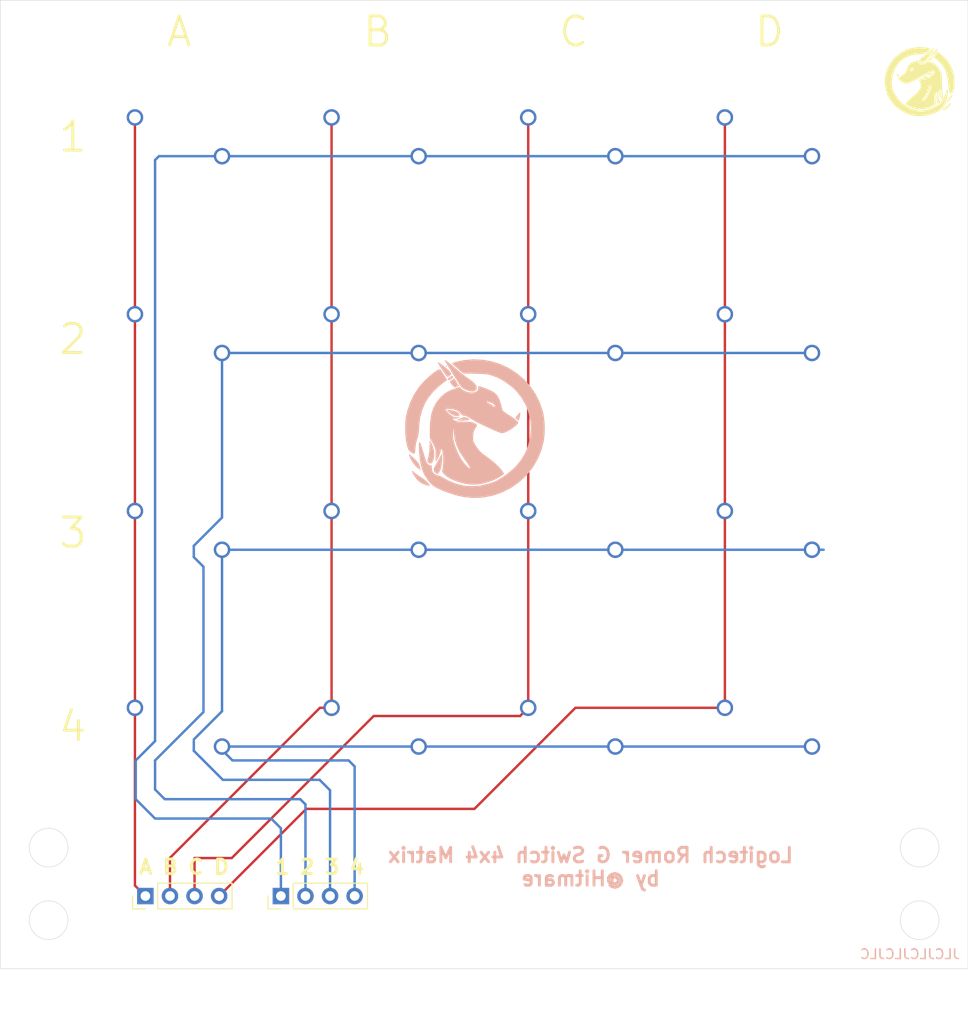
<source format=kicad_pcb>
(kicad_pcb (version 20171130) (host pcbnew "(5.1.5)-3")

  (general
    (thickness 1.6)
    (drawings 20)
    (tracks 86)
    (zones 0)
    (modules 20)
    (nets 1)
  )

  (page A4)
  (layers
    (0 F.Cu signal)
    (31 B.Cu signal)
    (32 B.Adhes user)
    (33 F.Adhes user)
    (34 B.Paste user)
    (35 F.Paste user)
    (36 B.SilkS user)
    (37 F.SilkS user)
    (38 B.Mask user)
    (39 F.Mask user)
    (40 Dwgs.User user)
    (41 Cmts.User user)
    (42 Eco1.User user)
    (43 Eco2.User user)
    (44 Edge.Cuts user)
    (45 Margin user)
    (46 B.CrtYd user)
    (47 F.CrtYd user)
    (48 B.Fab user)
    (49 F.Fab user)
  )

  (setup
    (last_trace_width 0.25)
    (trace_clearance 0.2)
    (zone_clearance 0.508)
    (zone_45_only no)
    (trace_min 0.2)
    (via_size 0.8)
    (via_drill 0.4)
    (via_min_size 0.4)
    (via_min_drill 0.3)
    (uvia_size 0.3)
    (uvia_drill 0.1)
    (uvias_allowed no)
    (uvia_min_size 0.2)
    (uvia_min_drill 0.1)
    (edge_width 0.05)
    (segment_width 0.2)
    (pcb_text_width 0.3)
    (pcb_text_size 1.5 1.5)
    (mod_edge_width 0.12)
    (mod_text_size 1 1)
    (mod_text_width 0.15)
    (pad_size 1.524 1.524)
    (pad_drill 0.762)
    (pad_to_mask_clearance 0.051)
    (solder_mask_min_width 0.25)
    (aux_axis_origin 0 0)
    (visible_elements 7FFFFFFF)
    (pcbplotparams
      (layerselection 0x010fc_ffffffff)
      (usegerberextensions false)
      (usegerberattributes false)
      (usegerberadvancedattributes false)
      (creategerberjobfile false)
      (excludeedgelayer true)
      (linewidth 0.100000)
      (plotframeref false)
      (viasonmask false)
      (mode 1)
      (useauxorigin false)
      (hpglpennumber 1)
      (hpglpenspeed 20)
      (hpglpendiameter 15.000000)
      (psnegative false)
      (psa4output false)
      (plotreference true)
      (plotvalue true)
      (plotinvisibletext false)
      (padsonsilk false)
      (subtractmaskfromsilk false)
      (outputformat 1)
      (mirror false)
      (drillshape 0)
      (scaleselection 1)
      (outputdirectory "Gerber/"))
  )

  (net 0 "")

  (net_class Default "Dies ist die voreingestellte Netzklasse."
    (clearance 0.2)
    (trace_width 0.25)
    (via_dia 0.8)
    (via_drill 0.4)
    (uvia_dia 0.3)
    (uvia_drill 0.1)
  )

  (module Button_Switch_Keyboard:Romer-G-Switch_Logitech (layer F.Cu) (tedit 5F648C4D) (tstamp 601DCBEE)
    (at 103.418 51.602)
    (fp_text reference " " (at 0 9.5) (layer F.SilkS)
      (effects (font (size 1 1) (thickness 0.15)))
    )
    (fp_text value "Romer-G-Switch Logitech" (at 0.5 -8) (layer F.Fab)
      (effects (font (size 1 1) (thickness 0.15)))
    )
    (fp_circle (center 0 5) (end 0.95 5) (layer F.Fab) (width 0.17))
    (fp_circle (center 0 -5) (end 0.95 -5) (layer F.Fab) (width 0.17))
    (fp_line (start 10.5 -9) (end 10.5 11) (layer F.Fab) (width 0.12))
    (fp_line (start 10.5 11) (end -9.5 11) (layer F.Fab) (width 0.12))
    (fp_line (start 10.5 -9) (end -9.5 -9) (layer F.Fab) (width 0.12))
    (fp_line (start -9.5 11) (end -9.5 -9) (layer F.Fab) (width 0.12))
    (pad "" np_thru_hole circle (at 0 5) (size 1.7 1.7) (drill 1.7) (layers *.Cu *.Mask))
    (pad "" np_thru_hole circle (at 0 -5) (size 1.7 1.7) (drill 1.7) (layers *.Cu *.Mask))
    (pad 2 thru_hole circle (at 4.5 2) (size 1.7 1.7) (drill 1.2) (layers *.Cu *.Mask))
    (pad 1 thru_hole circle (at -4.5 -2) (size 1.7 1.7) (drill 1.2) (layers *.Cu *.Mask))
  )

  (module Symbol:hitmare_logo_250 (layer B.Cu) (tedit 0) (tstamp 601DDFB4)
    (at 134 82 180)
    (fp_text reference G*** (at 0 0) (layer F.SilkS) hide
      (effects (font (size 1.524 1.524) (thickness 0.3)))
    )
    (fp_text value LOGO (at 0.75 0) (layer F.SilkS) hide
      (effects (font (size 1.524 1.524) (thickness 0.3)))
    )
    (fp_poly (pts (xy 1.092601 7.334242) (xy 1.913081 7.156003) (xy 2.131644 7.08673) (xy 2.276034 7.024447)
      (xy 2.313367 6.988262) (xy 2.252824 6.922062) (xy 2.106023 6.783741) (xy 1.89731 6.595802)
      (xy 1.728894 6.448059) (xy 1.165238 5.95854) (xy -0.0542 5.93766) (xy -0.575177 5.924506)
      (xy -0.987335 5.900636) (xy -1.327363 5.859249) (xy -1.631949 5.793547) (xy -1.937781 5.696731)
      (xy -2.281545 5.562002) (xy -2.438109 5.495879) (xy -2.777388 5.322364) (xy -3.172701 5.076591)
      (xy -3.578705 4.79075) (xy -3.950051 4.49703) (xy -4.241396 4.227621) (xy -4.274494 4.192282)
      (xy -4.856126 3.462831) (xy -5.298205 2.696869) (xy -5.603953 1.886225) (xy -5.776591 1.02273)
      (xy -5.821086 0.269095) (xy -5.753523 -0.64151) (xy -5.549585 -1.504891) (xy -5.212353 -2.315533)
      (xy -4.744908 -3.067918) (xy -4.15033 -3.756529) (xy -3.431701 -4.375848) (xy -3.09456 -4.613352)
      (xy -2.735446 -4.847952) (xy -2.455299 -5.018305) (xy -2.214403 -5.144436) (xy -1.973043 -5.246367)
      (xy -1.691501 -5.344123) (xy -1.564757 -5.384645) (xy -0.648977 -5.606386) (xy 0.240514 -5.685109)
      (xy 1.105542 -5.620613) (xy 1.947931 -5.412699) (xy 2.769506 -5.061165) (xy 3.10684 -4.871823)
      (xy 3.375461 -4.720723) (xy 3.605647 -4.610313) (xy 3.764461 -4.55547) (xy 3.809539 -4.554415)
      (xy 3.926981 -4.534417) (xy 4.094025 -4.432473) (xy 4.157557 -4.379803) (xy 4.314301 -4.215354)
      (xy 4.384615 -4.049619) (xy 4.40099 -3.829076) (xy 4.416286 -3.63122) (xy 4.453465 -3.526846)
      (xy 4.475931 -3.520071) (xy 4.642527 -3.510056) (xy 4.816681 -3.392638) (xy 4.962372 -3.199298)
      (xy 5.027461 -3.038114) (xy 5.082618 -2.844943) (xy 5.168879 -2.553819) (xy 5.27398 -2.205738)
      (xy 5.37506 -1.875985) (xy 5.487841 -1.520238) (xy 5.569597 -1.289219) (xy 5.627724 -1.167261)
      (xy 5.669617 -1.138697) (xy 5.701422 -1.184581) (xy 5.731331 -1.360216) (xy 5.737746 -1.647083)
      (xy 5.723024 -2.013171) (xy 5.689522 -2.426467) (xy 5.639596 -2.854959) (xy 5.575605 -3.266636)
      (xy 5.531541 -3.491777) (xy 5.382521 -4.038652) (xy 5.176149 -4.511794) (xy 4.886297 -4.962241)
      (xy 4.596651 -5.317892) (xy 4.405069 -5.517109) (xy 4.195069 -5.687632) (xy 3.939481 -5.845265)
      (xy 3.611137 -6.005811) (xy 3.182868 -6.185073) (xy 2.947564 -6.277115) (xy 2.006337 -6.594844)
      (xy 1.119126 -6.796832) (xy 0.257247 -6.88712) (xy -0.607983 -6.869752) (xy -0.982522 -6.830915)
      (xy -1.979774 -6.632536) (xy -2.927226 -6.300323) (xy -3.81508 -5.840394) (xy -4.633539 -5.258869)
      (xy -5.372802 -4.561869) (xy -6.023074 -3.755511) (xy -6.11053 -3.628187) (xy -6.580636 -2.804928)
      (xy -6.938101 -1.898228) (xy -7.148605 -1.09169) (xy -7.236727 -0.470784) (xy -7.266576 0.225451)
      (xy -7.239727 0.940827) (xy -7.157755 1.619159) (xy -7.059864 2.074212) (xy -6.733489 3.01976)
      (xy -6.289607 3.891404) (xy -5.739737 4.682623) (xy -5.095397 5.386893) (xy -4.368106 5.99769)
      (xy -3.569381 6.508491) (xy -2.710741 6.912773) (xy -1.803705 7.204013) (xy -0.85979 7.375686)
      (xy 0.109485 7.421271) (xy 1.092601 7.334242)) (layer B.SilkS) (width 0.01))
    (fp_poly (pts (xy 6.445274 -4.184669) (xy 6.368392 -4.349069) (xy 6.245798 -4.561686) (xy 6.097646 -4.78792)
      (xy 5.944091 -4.993168) (xy 5.923037 -5.018583) (xy 5.643193 -5.266425) (xy 5.278352 -5.471381)
      (xy 4.888755 -5.600207) (xy 4.858023 -5.606285) (xy 4.684001 -5.63164) (xy 4.59031 -5.631391)
      (xy 4.5851 -5.626361) (xy 4.639085 -5.513244) (xy 4.780081 -5.345702) (xy 4.976652 -5.153912)
      (xy 5.197359 -4.968051) (xy 5.410767 -4.818294) (xy 5.452331 -4.79391) (xy 5.726399 -4.624041)
      (xy 5.996499 -4.431238) (xy 6.138134 -4.315053) (xy 6.302342 -4.180567) (xy 6.421066 -4.107029)
      (xy 6.456288 -4.103089) (xy 6.445274 -4.184669)) (layer B.SilkS) (width 0.01))
    (fp_poly (pts (xy -0.37792 4.624207) (xy -0.386588 4.558545) (xy -0.390459 4.548079) (xy -0.398417 4.399044)
      (xy -0.365321 4.261339) (xy -0.233794 4.103639) (xy -0.006805 4.013238) (xy 0.283662 3.987123)
      (xy 0.60562 4.02228) (xy 0.927081 4.115695) (xy 1.216061 4.264354) (xy 1.409253 4.428554)
      (xy 1.543239 4.576606) (xy 2.063453 4.391789) (xy 2.528864 4.209088) (xy 2.896214 4.018313)
      (xy 3.211538 3.790802) (xy 3.520868 3.497893) (xy 3.552547 3.464638) (xy 3.953655 2.958208)
      (xy 4.254951 2.386474) (xy 4.461124 1.735175) (xy 4.576861 0.990051) (xy 4.607634 0.254728)
      (xy 4.60688 -0.691404) (xy 4.30154 -1.2658) (xy 4.155052 -1.548716) (xy 4.066005 -1.757434)
      (xy 4.021404 -1.945142) (xy 4.008256 -2.165025) (xy 4.012929 -2.447198) (xy 4.015217 -2.731361)
      (xy 4.006679 -2.957007) (xy 3.989096 -3.086807) (xy 3.981669 -3.102189) (xy 3.927834 -3.071995)
      (xy 3.84233 -2.939658) (xy 3.74112 -2.740578) (xy 3.640169 -2.510155) (xy 3.555442 -2.283791)
      (xy 3.502903 -2.096885) (xy 3.493467 -2.019627) (xy 3.474893 -1.858327) (xy 3.427523 -1.826457)
      (xy 3.363684 -1.91382) (xy 3.295706 -2.11022) (xy 3.273496 -2.201576) (xy 3.234735 -2.499909)
      (xy 3.222199 -2.890033) (xy 3.234811 -3.320765) (xy 3.27149 -3.740922) (xy 3.311518 -4.004576)
      (xy 3.329464 -4.148186) (xy 3.303466 -4.25925) (xy 3.211572 -4.376216) (xy 3.03183 -4.537531)
      (xy 2.98425 -4.57779) (xy 2.756657 -4.752762) (xy 2.510149 -4.902152) (xy 2.214965 -5.039561)
      (xy 1.841347 -5.178594) (xy 1.359537 -5.332853) (xy 1.279008 -5.357267) (xy 0.560816 -5.501344)
      (xy -0.18748 -5.517071) (xy -0.926287 -5.403884) (xy -0.983001 -5.389452) (xy -1.614869 -5.194986)
      (xy -2.182465 -4.963798) (xy -2.648716 -4.711388) (xy -2.723539 -4.661793) (xy -2.906184 -4.529873)
      (xy -3.027208 -4.430472) (xy -3.056734 -4.394573) (xy -3.01882 -4.318271) (xy -2.921412 -4.162909)
      (xy -2.835571 -4.035149) (xy -2.669174 -3.833468) (xy 0.466275 -3.833468) (xy 0.520708 -3.838868)
      (xy 0.649623 -3.742547) (xy 0.80841 -3.584384) (xy 1.125483 -3.217917) (xy 1.383114 -2.847719)
      (xy 1.615938 -2.420233) (xy 1.755426 -2.120062) (xy 2.012792 -1.463083) (xy 2.171165 -0.876909)
      (xy 2.228239 -0.372242) (xy 2.201924 -0.047052) (xy 2.129724 0.327507) (xy 2.120163 -0.193659)
      (xy 2.044945 -0.842524) (xy 1.840642 -1.504457) (xy 1.503768 -2.187805) (xy 1.030843 -2.900914)
      (xy 0.940371 -3.02087) (xy 0.72337 -3.320047) (xy 0.570254 -3.562747) (xy 0.483673 -3.737657)
      (xy 0.466275 -3.833468) (xy -2.669174 -3.833468) (xy -2.609383 -3.761) (xy -2.281523 -3.438511)
      (xy -1.877512 -3.090114) (xy -1.422874 -2.738242) (xy -1.101545 -2.510963) (xy -0.768961 -2.263575)
      (xy -0.512454 -2.012787) (xy -0.274429 -1.700009) (xy -0.210621 -1.604591) (xy -0.037654 -1.333295)
      (xy 0.067989 -1.134695) (xy 0.122743 -0.962444) (xy 0.143045 -0.770193) (xy 0.145558 -0.600185)
      (xy 0.09683 -0.129836) (xy -0.054249 0.252693) (xy -0.197855 0.450285) (xy -0.265461 0.575025)
      (xy -0.219474 0.688519) (xy -0.048035 0.812305) (xy 0.02281 0.851081) (xy 0.182389 0.911729)
      (xy 0.404988 0.950746) (xy 0.719912 0.971722) (xy 1.058392 0.977928) (xy 1.431067 0.984008)
      (xy 1.691075 1.000431) (xy 1.8712 1.032011) (xy 2.004228 1.083563) (xy 2.077303 1.12758)
      (xy 2.29255 1.272639) (xy 1.914924 1.311128) (xy 1.689185 1.344398) (xy 1.52534 1.387341)
      (xy 1.478247 1.412841) (xy 1.491863 1.444979) (xy 1.60558 1.431503) (xy 1.914669 1.4276)
      (xy 2.250041 1.543295) (xy 2.578366 1.76539) (xy 2.674401 1.854676) (xy 2.882596 2.076434)
      (xy 2.97266 2.218782) (xy 2.9395 2.294019) (xy 2.778024 2.314442) (xy 2.492693 2.293377)
      (xy 2.08792 2.228487) (xy 1.79154 2.123839) (xy 1.568346 1.963496) (xy 1.443191 1.818283)
      (xy 1.251847 1.642121) (xy 1.096198 1.600074) (xy 1.009712 1.596973) (xy 0.927346 1.580636)
      (xy 0.823853 1.538835) (xy 0.673988 1.459345) (xy 0.452503 1.329937) (xy 0.134152 1.138386)
      (xy 0.098943 1.11711) (xy -0.142299 0.981988) (xy -0.467305 0.814889) (xy -0.848634 0.62837)
      (xy -1.258844 0.434988) (xy -1.670491 0.247303) (xy -2.056133 0.077872) (xy -2.388328 -0.060749)
      (xy -2.639634 -0.156) (xy -2.762293 -0.1922) (xy -3.022846 -0.177196) (xy -3.364239 -0.045956)
      (xy -3.782274 0.199622) (xy -4.05745 0.393148) (xy -4.310018 0.59844) (xy -4.466923 0.766634)
      (xy -4.512321 0.868072) (xy -4.460831 0.994591) (xy -4.301458 1.160048) (xy -4.026849 1.370479)
      (xy -3.629652 1.631916) (xy -3.435833 1.751497) (xy -3.131451 1.951997) (xy -2.947056 2.113164)
      (xy -2.8671 2.248751) (xy -2.865331 2.256161) (xy -2.805109 2.507114) (xy -2.076658 2.507114)
      (xy -2.019268 2.47799) (xy -1.944305 2.569954) (xy -1.938532 2.58417) (xy -1.852938 2.672612)
      (xy -1.675956 2.786304) (xy -1.512264 2.869325) (xy -1.316669 2.971221) (xy -1.250167 3.032663)
      (xy -1.300813 3.049204) (xy -1.456665 3.016399) (xy -1.690648 2.935729) (xy -1.877041 2.862607)
      (xy -1.992954 2.816082) (xy -2.010587 2.808365) (xy -2.036124 2.74338) (xy -2.070076 2.638252)
      (xy -2.076658 2.507114) (xy -2.805109 2.507114) (xy -2.731915 2.812116) (xy -2.592594 3.246717)
      (xy -2.428329 3.583576) (xy -2.220078 3.846303) (xy -1.948801 4.05851) (xy -1.595458 4.243808)
      (xy -1.141007 4.425807) (xy -1.105051 4.438985) (xy -0.769619 4.558483) (xy -0.549746 4.627183)
      (xy -0.425743 4.648089) (xy -0.37792 4.624207)) (layer B.SilkS) (width 0.01))
    (fp_poly (pts (xy 3.673356 -2.894278) (xy 3.828989 -3.179005) (xy 3.971489 -3.430663) (xy 4.078486 -3.6101)
      (xy 4.108816 -3.65646) (xy 4.211906 -3.900893) (xy 4.170732 -4.129804) (xy 4.052759 -4.281296)
      (xy 3.910083 -4.403616) (xy 3.821558 -4.428822) (xy 3.741443 -4.365673) (xy 3.723371 -4.344378)
      (xy 3.515683 -3.990491) (xy 3.391994 -3.527769) (xy 3.350667 -2.950077) (xy 3.350665 -2.947564)
      (xy 3.350283 -2.29255) (xy 3.673356 -2.894278)) (layer B.SilkS) (width 0.01))
    (fp_poly (pts (xy 6.752092 -2.413933) (xy 6.740125 -2.497462) (xy 6.736962 -2.510888) (xy 6.615025 -2.834873)
      (xy 6.412369 -3.189858) (xy 6.165098 -3.520014) (xy 5.93741 -3.747204) (xy 5.7593 -3.887813)
      (xy 5.629186 -3.980672) (xy 5.586148 -4.002865) (xy 5.578792 -3.939607) (xy 5.60343 -3.778149)
      (xy 5.630033 -3.657163) (xy 5.687848 -3.474176) (xy 5.780169 -3.306419) (xy 5.930681 -3.121289)
      (xy 6.16307 -2.88618) (xy 6.251261 -2.802005) (xy 6.491598 -2.576985) (xy 6.644241 -2.443857)
      (xy 6.725601 -2.392786) (xy 6.752092 -2.413933)) (layer B.SilkS) (width 0.01))
    (fp_poly (pts (xy 4.610618 -1.014166) (xy 4.620979 -1.195348) (xy 4.629722 -1.458081) (xy 4.633223 -1.622707)
      (xy 4.653701 -2.002365) (xy 4.697348 -2.376077) (xy 4.756295 -2.679315) (xy 4.766724 -2.717338)
      (xy 4.832041 -2.973633) (xy 4.845049 -3.132763) (xy 4.808187 -3.232432) (xy 4.800663 -3.242025)
      (xy 4.648008 -3.335974) (xy 4.47729 -3.32495) (xy 4.386233 -3.256876) (xy 4.231232 -2.952968)
      (xy 4.156734 -2.565899) (xy 4.163203 -2.134088) (xy 4.251106 -1.695953) (xy 4.363729 -1.401003)
      (xy 4.473398 -1.175215) (xy 4.557847 -1.012555) (xy 4.599562 -0.946685) (xy 4.600204 -0.946535)
      (xy 4.610618 -1.014166)) (layer B.SilkS) (width 0.01))
    (fp_poly (pts (xy 3.814158 6.314019) (xy 4.061696 6.156244) (xy 4.353445 5.935555) (xy 4.671515 5.666893)
      (xy 4.998016 5.365197) (xy 5.315057 5.045408) (xy 5.60475 4.722466) (xy 5.797009 4.482262)
      (xy 6.256512 3.768535) (xy 6.643664 2.955703) (xy 6.943321 2.078508) (xy 7.068809 1.564757)
      (xy 7.12613 1.158571) (xy 7.155106 0.658464) (xy 7.15645 0.11314) (xy 7.130874 -0.428694)
      (xy 7.079092 -0.918331) (xy 7.028327 -1.200859) (xy 6.944316 -1.554728) (xy 6.870035 -1.797339)
      (xy 6.789242 -1.960655) (xy 6.685699 -2.076641) (xy 6.543165 -2.177263) (xy 6.527303 -2.187003)
      (xy 6.331397 -2.295536) (xy 6.220598 -2.320547) (xy 6.163881 -2.266266) (xy 6.15363 -2.237965)
      (xy 6.134553 -2.123214) (xy 6.111336 -1.909176) (xy 6.088956 -1.641838) (xy 6.088643 -1.637536)
      (xy 6.045727 -1.312915) (xy 5.971803 -0.98725) (xy 5.899746 -0.774265) (xy 5.819451 -0.542137)
      (xy 5.766802 -0.26718) (xy 5.735672 0.09014) (xy 5.724972 0.353815) (xy 5.633422 1.283283)
      (xy 5.416471 2.145798) (xy 5.075689 2.936212) (xy 4.796045 3.397883) (xy 4.503632 3.779015)
      (xy 4.141005 4.181127) (xy 3.751162 4.560574) (xy 3.377102 4.873708) (xy 3.256876 4.960237)
      (xy 3.04925 5.106491) (xy 2.899503 5.220946) (xy 2.838557 5.279901) (xy 2.838395 5.281)
      (xy 2.874695 5.358578) (xy 2.968862 5.522278) (xy 3.098792 5.736602) (xy 3.242384 5.966047)
      (xy 3.377535 6.175112) (xy 3.482144 6.328298) (xy 3.523275 6.381068) (xy 3.628721 6.393941)
      (xy 3.814158 6.314019)) (layer B.SilkS) (width 0.01))
    (fp_poly (pts (xy -4.595575 1.83386) (xy -4.478961 1.704246) (xy -4.336882 1.537107) (xy -4.245272 1.417377)
      (xy -4.22652 1.382808) (xy -4.278264 1.318979) (xy -4.401832 1.218378) (xy -4.577885 1.090338)
      (xy -4.653866 1.363937) (xy -4.704897 1.592949) (xy -4.729789 1.793369) (xy -4.730253 1.813415)
      (xy -4.723236 1.906998) (xy -4.686088 1.917178) (xy -4.595575 1.83386)) (layer B.SilkS) (width 0.01))
    (fp_poly (pts (xy 1.182924 1.430413) (xy 1.350703 1.348733) (xy 1.511791 1.262818) (xy 1.615045 1.239564)
      (xy 1.746853 1.199325) (xy 1.783094 1.16447) (xy 1.741061 1.130933) (xy 1.592317 1.108593)
      (xy 1.3753 1.097706) (xy 1.128446 1.098531) (xy 0.890192 1.111323) (xy 0.698974 1.136341)
      (xy 0.624343 1.15672) (xy 0.535469 1.202269) (xy 0.554493 1.255177) (xy 0.658731 1.333553)
      (xy 0.916867 1.440831) (xy 1.182924 1.430413)) (layer B.SilkS) (width 0.01))
    (fp_poly (pts (xy 2.838395 2.18598) (xy 2.781598 2.086421) (xy 2.637469 1.947232) (xy 2.445403 1.800392)
      (xy 2.244795 1.677882) (xy 2.167524 1.641397) (xy 1.869959 1.546168) (xy 1.662454 1.543743)
      (xy 1.556023 1.634051) (xy 1.548421 1.775748) (xy 1.65638 1.903238) (xy 1.81611 1.999688)
      (xy 1.976304 2.061346) (xy 2.195391 2.120297) (xy 2.432157 2.16903) (xy 2.645385 2.200035)
      (xy 2.793862 2.205802) (xy 2.838395 2.18598)) (layer B.SilkS) (width 0.01))
    (fp_poly (pts (xy 3.03939 7.265005) (xy 3.035688 7.25529) (xy 2.983121 7.155515) (xy 2.867538 6.956435)
      (xy 2.703557 6.681871) (xy 2.505793 6.355645) (xy 2.288864 6.00158) (xy 2.067386 5.643498)
      (xy 1.855978 5.30522) (xy 1.669255 5.010569) (xy 1.521834 4.783367) (xy 1.486606 4.730659)
      (xy 1.302409 4.503089) (xy 1.08623 4.344174) (xy 0.791789 4.224217) (xy 0.620267 4.174724)
      (xy 0.368463 4.110585) (xy 0.208467 4.085218) (xy 0.091837 4.098433) (xy -0.029865 4.150045)
      (xy -0.07278 4.172041) (xy -0.210292 4.287942) (xy -0.239659 4.46601) (xy -0.238844 4.478023)
      (xy -0.192161 4.683922) (xy -0.072752 4.881135) (xy 0.137258 5.089882) (xy 0.455744 5.330384)
      (xy 0.603051 5.4304) (xy 0.882815 5.628967) (xy 1.225723 5.890942) (xy 1.58743 6.181586)
      (xy 1.90972 6.454046) (xy 2.204896 6.708003) (xy 2.479665 6.938282) (xy 2.706055 7.121845)
      (xy 2.856094 7.235658) (xy 2.871496 7.246085) (xy 3.011278 7.332952) (xy 3.058231 7.338754)
      (xy 3.03939 7.265005)) (layer B.SilkS) (width 0.01))
    (fp_poly (pts (xy 2.150759 5.431502) (xy 2.27087 5.337993) (xy 2.274642 5.334575) (xy 2.420145 5.218483)
      (xy 2.525805 5.158404) (xy 2.526653 5.097111) (xy 2.456965 4.967202) (xy 2.345165 4.806804)
      (xy 2.219675 4.654049) (xy 2.108916 4.547066) (xy 2.049981 4.520064) (xy 1.952829 4.550188)
      (xy 1.808949 4.604199) (xy 1.616466 4.680591) (xy 1.839941 5.051327) (xy 1.963032 5.254128)
      (xy 2.053754 5.400998) (xy 2.087296 5.452675) (xy 2.150759 5.431502)) (layer B.SilkS) (width 0.01))
    (fp_poly (pts (xy 2.503938 5.623802) (xy 2.540162 5.597765) (xy 2.685122 5.47768) (xy 2.761925 5.388883)
      (xy 2.765616 5.376282) (xy 2.709889 5.292097) (xy 2.561529 5.295936) (xy 2.508361 5.313298)
      (xy 2.330834 5.416356) (xy 2.225629 5.545549) (xy 2.219823 5.663477) (xy 2.237573 5.687316)
      (xy 2.338362 5.709964) (xy 2.503938 5.623802)) (layer B.SilkS) (width 0.01))
    (fp_poly (pts (xy 3.784527 7.09742) (xy 3.746521 7.00577) (xy 3.645414 6.828766) (xy 3.500572 6.595548)
      (xy 3.331364 6.335257) (xy 3.157155 6.077031) (xy 2.997313 5.850012) (xy 2.871203 5.683341)
      (xy 2.798194 5.606156) (xy 2.791995 5.604012) (xy 2.6798 5.646437) (xy 2.538858 5.741753)
      (xy 2.426016 5.850546) (xy 2.416142 5.951387) (xy 2.475055 6.078117) (xy 2.5659 6.193333)
      (xy 2.728341 6.351727) (xy 2.936979 6.53353) (xy 3.166412 6.718967) (xy 3.391239 6.888268)
      (xy 3.586061 7.02166) (xy 3.725476 7.099371) (xy 3.784084 7.101629) (xy 3.784527 7.09742)) (layer B.SilkS) (width 0.01))
    (fp_poly (pts (xy 2.958936 6.723894) (xy 2.947564 6.695702) (xy 2.882164 6.626272) (xy 2.87049 6.622923)
      (xy 2.83923 6.679232) (xy 2.838395 6.695702) (xy 2.894344 6.765685) (xy 2.91547 6.768482)
      (xy 2.958936 6.723894)) (layer B.SilkS) (width 0.01))
  )

  (module Symbol:hitmare_logo_125 (layer F.Cu) (tedit 0) (tstamp 601DDF50)
    (at 180 46)
    (fp_text reference G*** (at 0 0) (layer F.SilkS) hide
      (effects (font (size 1.524 1.524) (thickness 0.3)))
    )
    (fp_text value LOGO (at 0.75 0) (layer F.SilkS) hide
      (effects (font (size 1.524 1.524) (thickness 0.3)))
    )
    (fp_poly (pts (xy 0.489194 -3.631456) (xy 0.497414 -3.630329) (xy 0.82895 -3.578096) (xy 1.026325 -3.524581)
      (xy 1.100525 -3.457563) (xy 1.062537 -3.364819) (xy 0.923346 -3.23413) (xy 0.883054 -3.201337)
      (xy 0.723038 -3.0813) (xy 0.580507 -3.008388) (xy 0.409445 -2.969568) (xy 0.163841 -2.951807)
      (xy -0.017202 -2.946355) (xy -0.683824 -2.86464) (xy -1.281648 -2.661057) (xy -1.800031 -2.346343)
      (xy -2.228331 -1.931235) (xy -2.555902 -1.426469) (xy -2.772103 -0.842784) (xy -2.866289 -0.190916)
      (xy -2.869448 -0.069004) (xy -2.866922 0.252226) (xy -2.84359 0.488312) (xy -2.785696 0.699497)
      (xy -2.679485 0.946023) (xy -2.600706 1.107955) (xy -2.235089 1.685689) (xy -1.755132 2.177522)
      (xy -1.279027 2.511541) (xy -0.962238 2.659762) (xy -0.574649 2.788042) (xy -0.181863 2.877976)
      (xy 0.145559 2.911175) (xy 0.505862 2.873107) (xy 0.914559 2.772596) (xy 1.300615 2.630177)
      (xy 1.526889 2.511822) (xy 1.720443 2.402227) (xy 1.874282 2.336931) (xy 1.915928 2.32894)
      (xy 2.047424 2.272097) (xy 2.178953 2.141767) (xy 2.253204 1.99825) (xy 2.256161 1.970979)
      (xy 2.305617 1.854568) (xy 2.388789 1.758371) (xy 2.474352 1.632672) (xy 2.579003 1.411145)
      (xy 2.682249 1.138039) (xy 2.697535 1.091691) (xy 2.785166 0.824779) (xy 2.839234 0.683055)
      (xy 2.869853 0.652858) (xy 2.887139 0.720524) (xy 2.897015 0.822262) (xy 2.888484 1.183854)
      (xy 2.818946 1.598717) (xy 2.702708 2.011101) (xy 2.554079 2.365257) (xy 2.461994 2.517419)
      (xy 2.176518 2.804861) (xy 1.779011 3.050228) (xy 1.298933 3.245614) (xy 0.765746 3.383114)
      (xy 0.20891 3.45482) (xy -0.342114 3.452827) (xy -0.781457 3.38784) (xy -1.405552 3.178169)
      (xy -2.001664 2.849457) (xy -2.524142 2.42715) (xy -2.548554 2.402996) (xy -3.00009 1.855925)
      (xy -3.324767 1.25696) (xy -3.523819 0.623344) (xy -3.598478 -0.02768) (xy -3.549978 -0.678867)
      (xy -3.37955 -1.312975) (xy -3.088428 -1.912761) (xy -2.677845 -2.460981) (xy -2.167515 -2.926488)
      (xy -1.563842 -3.295587) (xy -0.902915 -3.540584) (xy -0.210111 -3.654774) (xy 0.489194 -3.631456)) (layer F.SilkS) (width 0.01))
    (fp_poly (pts (xy 3.228203 2.203508) (xy 3.138537 2.340976) (xy 3.007102 2.502603) (xy 2.86525 2.649795)
      (xy 2.745599 2.743257) (xy 2.560987 2.821379) (xy 2.442313 2.824282) (xy 2.418157 2.751601)
      (xy 2.41946 2.747422) (xy 2.495204 2.651853) (xy 2.646947 2.526102) (xy 2.698448 2.490242)
      (xy 2.894716 2.353799) (xy 3.059383 2.230382) (xy 3.081847 2.212108) (xy 3.194771 2.13674)
      (xy 3.244748 2.128797) (xy 3.228203 2.203508)) (layer F.SilkS) (width 0.01))
    (fp_poly (pts (xy -0.1634 -2.226077) (xy -0.179972 -2.186578) (xy -0.158448 -2.101737) (xy -0.053995 -2.006275)
      (xy 0.10913 -1.936645) (xy 0.302676 -1.949235) (xy 0.377123 -1.967934) (xy 0.573193 -2.041666)
      (xy 0.710393 -2.127582) (xy 0.721353 -2.139229) (xy 0.796082 -2.194365) (xy 0.912145 -2.191838)
      (xy 1.111322 -2.132351) (xy 1.512455 -1.942404) (xy 1.827569 -1.665871) (xy 2.076077 -1.300585)
      (xy 2.162724 -1.137203) (xy 2.223131 -0.992418) (xy 2.262643 -0.834243) (xy 2.286601 -0.630692)
      (xy 2.300349 -0.349779) (xy 2.309229 0.040482) (xy 2.31032 0.101823) (xy 2.321786 0.493949)
      (xy 2.340649 0.854209) (xy 2.364483 1.147207) (xy 2.390867 1.337549) (xy 2.39656 1.361368)
      (xy 2.430848 1.539215) (xy 2.399008 1.627288) (xy 2.357457 1.650628) (xy 2.238234 1.663479)
      (xy 2.205867 1.647891) (xy 2.173447 1.543549) (xy 2.157543 1.346408) (xy 2.158186 1.10829)
      (xy 2.175403 0.881018) (xy 2.205345 0.727794) (xy 2.240964 0.604214) (xy 2.216156 0.608195)
      (xy 2.15076 0.68712) (xy 2.074913 0.86312) (xy 2.039025 1.123278) (xy 2.037823 1.182676)
      (xy 2.019737 1.405535) (xy 1.974413 1.487504) (xy 1.915249 1.427465) (xy 1.855644 1.2243)
      (xy 1.850594 1.198307) (xy 1.80461 1.031434) (xy 1.752923 0.94824) (xy 1.745003 0.946132)
      (xy 1.69043 1.012097) (xy 1.647883 1.183089) (xy 1.622196 1.418754) (xy 1.618204 1.678739)
      (xy 1.633661 1.87548) (xy 1.654541 2.088547) (xy 1.62848 2.216008) (xy 1.532221 2.315877)
      (xy 1.427836 2.388879) (xy 0.996582 2.602023) (xy 0.493709 2.727593) (xy -0.031424 2.758958)
      (xy -0.529457 2.689487) (xy -0.618624 2.663811) (xy -0.899008 2.56081) (xy -1.154311 2.442323)
      (xy -1.343202 2.32927) (xy -1.417048 2.259639) (xy -1.422159 2.148119) (xy -1.321396 1.989215)
      (xy -1.201793 1.869261) (xy 0.300204 1.869261) (xy 0.321006 1.909405) (xy 0.416745 1.846892)
      (xy 0.547121 1.710316) (xy 0.712183 1.479631) (xy 0.879204 1.185006) (xy 0.981065 0.963561)
      (xy 1.076234 0.689647) (xy 1.14023 0.433113) (xy 1.158281 0.272157) (xy 1.15074 0.153556)
      (xy 1.131996 0.150558) (xy 1.094246 0.273564) (xy 1.062162 0.400287) (xy 0.873076 0.942688)
      (xy 0.575657 1.438609) (xy 0.499484 1.53884) (xy 0.358358 1.740919) (xy 0.300204 1.869261)
      (xy -1.201793 1.869261) (xy -1.108141 1.775335) (xy -0.775781 1.498886) (xy -0.708129 1.446028)
      (xy -0.315586 1.104397) (xy -0.038292 0.780983) (xy 0.115416 0.486866) (xy 0.145111 0.312212)
      (xy 0.112045 0.156733) (xy 0.03517 -0.028002) (xy -0.028812 -0.205699) (xy 0.006399 -0.327148)
      (xy 0.154048 -0.402835) (xy 0.427383 -0.443249) (xy 0.570311 -0.451688) (xy 0.856815 -0.475123)
      (xy 1.00798 -0.515424) (xy 1.037638 -0.562446) (xy 1.083203 -0.653811) (xy 1.217786 -0.753977)
      (xy 1.228962 -0.759897) (xy 1.38845 -0.875044) (xy 1.493835 -1.009651) (xy 1.514974 -1.121267)
      (xy 1.501127 -1.14319) (xy 1.398994 -1.159534) (xy 1.220261 -1.127417) (xy 1.018963 -1.062583)
      (xy 0.849136 -0.980775) (xy 0.790603 -0.936161) (xy 0.652426 -0.833023) (xy 0.555661 -0.800573)
      (xy 0.432908 -0.758329) (xy 0.272789 -0.656173) (xy 0.266308 -0.65112) (xy 0.102305 -0.545744)
      (xy -0.154914 -0.40579) (xy -0.463639 -0.251294) (xy -0.782161 -0.102292) (xy -1.068772 0.021179)
      (xy -1.281762 0.099082) (xy -1.313658 0.107883) (xy -1.470163 0.110223) (xy -1.663614 0.033456)
      (xy -1.859504 -0.086739) (xy -2.051101 -0.226521) (xy -2.180128 -0.343186) (xy -2.215605 -0.400286)
      (xy -2.157342 -0.475628) (xy -2.009277 -0.600878) (xy -1.820167 -0.737317) (xy -1.589992 -0.907288)
      (xy -1.450137 -1.060472) (xy -1.361248 -1.246203) (xy -1.35984 -1.250676) (xy -1.018911 -1.250676)
      (xy -1.002718 -1.184624) (xy -0.932453 -1.221607) (xy -0.885816 -1.262359) (xy -0.750383 -1.35609)
      (xy -0.667478 -1.382808) (xy -0.587111 -1.43138) (xy -0.582235 -1.455587) (xy -0.59657 -1.516115)
      (xy -0.664424 -1.514387) (xy -0.823065 -1.448669) (xy -0.833538 -1.443905) (xy -0.969573 -1.34685)
      (xy -1.018911 -1.250676) (xy -1.35984 -1.250676) (xy -1.326698 -1.355941) (xy -1.186905 -1.703799)
      (xy -0.98475 -1.943575) (xy -0.688495 -2.10949) (xy -0.596453 -2.143286) (xy -0.341248 -2.224439)
      (xy -0.202772 -2.251425) (xy -0.1634 -2.226077)) (layer F.SilkS) (width 0.01))
    (fp_poly (pts (xy 1.799218 1.382808) (xy 1.869 1.518545) (xy 1.975421 1.685161) (xy 2.072059 1.869397)
      (xy 2.110602 2.030863) (xy 2.063922 2.153729) (xy 1.958909 2.184142) (xy 1.848105 2.123958)
      (xy 1.792577 2.019628) (xy 1.768467 1.876532) (xy 1.756139 1.698909) (xy 1.755175 1.526855)
      (xy 1.765156 1.400464) (xy 1.785664 1.359831) (xy 1.799218 1.382808)) (layer F.SilkS) (width 0.01))
    (fp_poly (pts (xy 3.391534 1.347846) (xy 3.313874 1.498561) (xy 3.196 1.678548) (xy 3.064143 1.846321)
      (xy 2.986304 1.926527) (xy 2.880125 2.012375) (xy 2.842308 1.997584) (xy 2.838396 1.940143)
      (xy 2.87947 1.836014) (xy 2.982488 1.681405) (xy 3.117144 1.512418) (xy 3.253129 1.365154)
      (xy 3.360137 1.275715) (xy 3.402749 1.267888) (xy 3.391534 1.347846)) (layer F.SilkS) (width 0.01))
    (fp_poly (pts (xy 2.161023 -2.966851) (xy 2.666431 -2.517129) (xy 3.076914 -1.965554) (xy 3.381925 -1.32888)
      (xy 3.542236 -0.772699) (xy 3.603768 -0.321202) (xy 3.609615 0.147081) (xy 3.561651 0.577231)
      (xy 3.486747 0.854489) (xy 3.383435 1.041481) (xy 3.262564 1.146609) (xy 3.154159 1.153053)
      (xy 3.095817 1.073496) (xy 3.065142 0.936936) (xy 3.025902 0.688083) (xy 2.976534 0.315996)
      (xy 2.916448 -0.181948) (xy 2.867952 -0.511218) (xy 2.804205 -0.831476) (xy 2.738369 -1.077299)
      (xy 2.733441 -1.09169) (xy 2.555868 -1.460159) (xy 2.290089 -1.845126) (xy 1.975867 -2.193737)
      (xy 1.771102 -2.370776) (xy 1.469196 -2.601047) (xy 1.649117 -2.902762) (xy 1.829037 -3.204476)
      (xy 2.161023 -2.966851)) (layer F.SilkS) (width 0.01))
    (fp_poly (pts (xy 0.723428 -0.619119) (xy 0.800573 -0.582235) (xy 0.837323 -0.53568) (xy 0.750248 -0.514011)
      (xy 0.63682 -0.51057) (xy 0.461379 -0.526993) (xy 0.368385 -0.569113) (xy 0.363897 -0.582235)
      (xy 0.423476 -0.638404) (xy 0.562951 -0.650699) (xy 0.723428 -0.619119)) (layer F.SilkS) (width 0.01))
    (fp_poly (pts (xy -2.218004 -0.827256) (xy -2.202827 -0.804665) (xy -2.155622 -0.668031) (xy -2.185385 -0.617385)
      (xy -2.267681 -0.633494) (xy -2.299929 -0.68439) (xy -2.327977 -0.825834) (xy -2.293189 -0.882721)
      (xy -2.218004 -0.827256)) (layer F.SilkS) (width 0.01))
    (fp_poly (pts (xy 1.259199 -1.003204) (xy 1.351582 -0.980391) (xy 1.336483 -0.940941) (xy 1.202793 -0.861979)
      (xy 1.186279 -0.853075) (xy 0.955543 -0.748406) (xy 0.829277 -0.739926) (xy 0.800573 -0.798012)
      (xy 0.863525 -0.893379) (xy 1.013618 -0.971695) (xy 1.192713 -1.006948) (xy 1.259199 -1.003204)) (layer F.SilkS) (width 0.01))
    (fp_poly (pts (xy 1.459857 -3.463451) (xy 1.355041 -3.274266) (xy 1.167752 -2.973908) (xy 1.060936 -2.80754)
      (xy 0.825283 -2.464953) (xy 0.626871 -2.236162) (xy 0.44318 -2.102238) (xy 0.251689 -2.044253)
      (xy 0.145116 -2.037822) (xy 0.007549 -2.072674) (xy -0.036792 -2.111253) (xy -0.054802 -2.266727)
      (xy 0.04777 -2.443704) (xy 0.254378 -2.614876) (xy 0.276681 -2.628567) (xy 0.455922 -2.751502)
      (xy 0.699273 -2.93869) (xy 0.963309 -3.156286) (xy 1.05171 -3.232611) (xy 1.278129 -3.426042)
      (xy 1.421536 -3.533132) (xy 1.482067 -3.54767) (xy 1.459857 -3.463451)) (layer F.SilkS) (width 0.01))
    (fp_poly (pts (xy 1.188188 -2.578459) (xy 1.26302 -2.52084) (xy 1.2286 -2.415421) (xy 1.216318 -2.395247)
      (xy 1.096727 -2.278394) (xy 0.974752 -2.264657) (xy 0.920492 -2.311547) (xy 0.925569 -2.417092)
      (xy 1.013939 -2.524972) (xy 1.133739 -2.583478) (xy 1.188188 -2.578459)) (layer F.SilkS) (width 0.01))
    (fp_poly (pts (xy 1.866935 -3.470219) (xy 1.847562 -3.397759) (xy 1.76381 -3.244669) (xy 1.674472 -3.105221)
      (xy 1.520783 -2.903239) (xy 1.40417 -2.817094) (xy 1.325353 -2.819018) (xy 1.242649 -2.839954)
      (xy 1.268396 -2.783687) (xy 1.300746 -2.742852) (xy 1.352213 -2.645563) (xy 1.323236 -2.620057)
      (xy 1.215452 -2.673308) (xy 1.20179 -2.691332) (xy 1.196662 -2.806374) (xy 1.231103 -2.899689)
      (xy 1.320182 -3.019263) (xy 1.462905 -3.168407) (xy 1.623621 -3.315134) (xy 1.766681 -3.427455)
      (xy 1.856435 -3.473382) (xy 1.866935 -3.470219)) (layer F.SilkS) (width 0.01))
  )

  (module Connector_PinHeader_2.54mm:PinHeader_1x04_P2.54mm_Vertical (layer F.Cu) (tedit 59FED5CC) (tstamp 601DDA5B)
    (at 114 130 90)
    (descr "Through hole straight pin header, 1x04, 2.54mm pitch, single row")
    (tags "Through hole pin header THT 1x04 2.54mm single row")
    (fp_text reference " " (at 0 -2.33 90) (layer F.SilkS)
      (effects (font (size 1 1) (thickness 0.15)))
    )
    (fp_text value PinHeader_1x04_P2.54mm_Vertical (at 0 9.95 90) (layer F.Fab)
      (effects (font (size 1 1) (thickness 0.15)))
    )
    (fp_text user %R (at 0 3.81) (layer F.Fab)
      (effects (font (size 1 1) (thickness 0.15)))
    )
    (fp_line (start 1.8 -1.8) (end -1.8 -1.8) (layer F.CrtYd) (width 0.05))
    (fp_line (start 1.8 9.4) (end 1.8 -1.8) (layer F.CrtYd) (width 0.05))
    (fp_line (start -1.8 9.4) (end 1.8 9.4) (layer F.CrtYd) (width 0.05))
    (fp_line (start -1.8 -1.8) (end -1.8 9.4) (layer F.CrtYd) (width 0.05))
    (fp_line (start -1.33 -1.33) (end 0 -1.33) (layer F.SilkS) (width 0.12))
    (fp_line (start -1.33 0) (end -1.33 -1.33) (layer F.SilkS) (width 0.12))
    (fp_line (start -1.33 1.27) (end 1.33 1.27) (layer F.SilkS) (width 0.12))
    (fp_line (start 1.33 1.27) (end 1.33 8.95) (layer F.SilkS) (width 0.12))
    (fp_line (start -1.33 1.27) (end -1.33 8.95) (layer F.SilkS) (width 0.12))
    (fp_line (start -1.33 8.95) (end 1.33 8.95) (layer F.SilkS) (width 0.12))
    (fp_line (start -1.27 -0.635) (end -0.635 -1.27) (layer F.Fab) (width 0.1))
    (fp_line (start -1.27 8.89) (end -1.27 -0.635) (layer F.Fab) (width 0.1))
    (fp_line (start 1.27 8.89) (end -1.27 8.89) (layer F.Fab) (width 0.1))
    (fp_line (start 1.27 -1.27) (end 1.27 8.89) (layer F.Fab) (width 0.1))
    (fp_line (start -0.635 -1.27) (end 1.27 -1.27) (layer F.Fab) (width 0.1))
    (pad 4 thru_hole oval (at 0 7.62 90) (size 1.7 1.7) (drill 1) (layers *.Cu *.Mask))
    (pad 3 thru_hole oval (at 0 5.08 90) (size 1.7 1.7) (drill 1) (layers *.Cu *.Mask))
    (pad 2 thru_hole oval (at 0 2.54 90) (size 1.7 1.7) (drill 1) (layers *.Cu *.Mask))
    (pad 1 thru_hole rect (at 0 0 90) (size 1.7 1.7) (drill 1) (layers *.Cu *.Mask))
    (model ${KISYS3DMOD}/Connector_PinHeader_2.54mm.3dshapes/PinHeader_1x04_P2.54mm_Vertical.wrl
      (at (xyz 0 0 0))
      (scale (xyz 1 1 1))
      (rotate (xyz 0 0 0))
    )
  )

  (module Connector_PinHeader_2.54mm:PinHeader_1x04_P2.54mm_Vertical (layer F.Cu) (tedit 59FED5CC) (tstamp 601DD9FE)
    (at 100 130 90)
    (descr "Through hole straight pin header, 1x04, 2.54mm pitch, single row")
    (tags "Through hole pin header THT 1x04 2.54mm single row")
    (fp_text reference " " (at 0 -2.33 180) (layer F.SilkS)
      (effects (font (size 1 1) (thickness 0.15)) (justify right))
    )
    (fp_text value PinHeader_1x04_P2.54mm_Vertical (at 0 9.95 90) (layer F.Fab)
      (effects (font (size 1 1) (thickness 0.15)))
    )
    (fp_text user %R (at 0 3.81) (layer F.Fab)
      (effects (font (size 1 1) (thickness 0.15)))
    )
    (fp_line (start 1.8 -1.8) (end -1.8 -1.8) (layer F.CrtYd) (width 0.05))
    (fp_line (start 1.8 9.4) (end 1.8 -1.8) (layer F.CrtYd) (width 0.05))
    (fp_line (start -1.8 9.4) (end 1.8 9.4) (layer F.CrtYd) (width 0.05))
    (fp_line (start -1.8 -1.8) (end -1.8 9.4) (layer F.CrtYd) (width 0.05))
    (fp_line (start -1.33 -1.33) (end 0 -1.33) (layer F.SilkS) (width 0.12))
    (fp_line (start -1.33 0) (end -1.33 -1.33) (layer F.SilkS) (width 0.12))
    (fp_line (start -1.33 1.27) (end 1.33 1.27) (layer F.SilkS) (width 0.12))
    (fp_line (start 1.33 1.27) (end 1.33 8.95) (layer F.SilkS) (width 0.12))
    (fp_line (start -1.33 1.27) (end -1.33 8.95) (layer F.SilkS) (width 0.12))
    (fp_line (start -1.33 8.95) (end 1.33 8.95) (layer F.SilkS) (width 0.12))
    (fp_line (start -1.27 -0.635) (end -0.635 -1.27) (layer F.Fab) (width 0.1))
    (fp_line (start -1.27 8.89) (end -1.27 -0.635) (layer F.Fab) (width 0.1))
    (fp_line (start 1.27 8.89) (end -1.27 8.89) (layer F.Fab) (width 0.1))
    (fp_line (start 1.27 -1.27) (end 1.27 8.89) (layer F.Fab) (width 0.1))
    (fp_line (start -0.635 -1.27) (end 1.27 -1.27) (layer F.Fab) (width 0.1))
    (pad 4 thru_hole oval (at 0 7.62 90) (size 1.7 1.7) (drill 1) (layers *.Cu *.Mask))
    (pad 3 thru_hole oval (at 0 5.08 90) (size 1.7 1.7) (drill 1) (layers *.Cu *.Mask))
    (pad 2 thru_hole oval (at 0 2.54 90) (size 1.7 1.7) (drill 1) (layers *.Cu *.Mask))
    (pad 1 thru_hole rect (at 0 0 90) (size 1.7 1.7) (drill 1) (layers *.Cu *.Mask))
    (model ${KISYS3DMOD}/Connector_PinHeader_2.54mm.3dshapes/PinHeader_1x04_P2.54mm_Vertical.wrl
      (at (xyz 0 0 0))
      (scale (xyz 1 1 1))
      (rotate (xyz 0 0 0))
    )
  )

  (module Button_Switch_Keyboard:Romer-G-Switch_Logitech (layer F.Cu) (tedit 5F648C4D) (tstamp 601DCB3E)
    (at 144.058 71.922)
    (fp_text reference " " (at 0 9.5) (layer F.SilkS)
      (effects (font (size 1 1) (thickness 0.15)))
    )
    (fp_text value "Romer-G-Switch Logitech" (at 0.5 -8) (layer F.Fab)
      (effects (font (size 1 1) (thickness 0.15)))
    )
    (fp_circle (center 0 5) (end 0.95 5) (layer F.Fab) (width 0.17))
    (fp_circle (center 0 -5) (end 0.95 -5) (layer F.Fab) (width 0.17))
    (fp_line (start 10.5 -9) (end 10.5 11) (layer F.Fab) (width 0.12))
    (fp_line (start 10.5 11) (end -9.5 11) (layer F.Fab) (width 0.12))
    (fp_line (start 10.5 -9) (end -9.5 -9) (layer F.Fab) (width 0.12))
    (fp_line (start -9.5 11) (end -9.5 -9) (layer F.Fab) (width 0.12))
    (pad "" np_thru_hole circle (at 0 5) (size 1.7 1.7) (drill 1.7) (layers *.Cu *.Mask))
    (pad "" np_thru_hole circle (at 0 -5) (size 1.7 1.7) (drill 1.7) (layers *.Cu *.Mask))
    (pad 2 thru_hole circle (at 4.5 2) (size 1.7 1.7) (drill 1.2) (layers *.Cu *.Mask))
    (pad 1 thru_hole circle (at -4.5 -2) (size 1.7 1.7) (drill 1.2) (layers *.Cu *.Mask))
  )

  (module Button_Switch_Keyboard:Romer-G-Switch_Logitech (layer F.Cu) (tedit 5F648C4D) (tstamp 601DCBFB)
    (at 123.738 51.602)
    (fp_text reference " " (at 0 9.5) (layer F.SilkS)
      (effects (font (size 1 1) (thickness 0.15)))
    )
    (fp_text value "Romer-G-Switch Logitech" (at 0.5 -8) (layer F.Fab)
      (effects (font (size 1 1) (thickness 0.15)))
    )
    (fp_line (start -9.5 11) (end -9.5 -9) (layer F.Fab) (width 0.12))
    (fp_line (start 10.5 -9) (end -9.5 -9) (layer F.Fab) (width 0.12))
    (fp_line (start 10.5 11) (end -9.5 11) (layer F.Fab) (width 0.12))
    (fp_line (start 10.5 -9) (end 10.5 11) (layer F.Fab) (width 0.12))
    (fp_circle (center 0 -5) (end 0.95 -5) (layer F.Fab) (width 0.17))
    (fp_circle (center 0 5) (end 0.95 5) (layer F.Fab) (width 0.17))
    (pad 1 thru_hole circle (at -4.5 -2) (size 1.7 1.7) (drill 1.2) (layers *.Cu *.Mask))
    (pad 2 thru_hole circle (at 4.5 2) (size 1.7 1.7) (drill 1.2) (layers *.Cu *.Mask))
    (pad "" np_thru_hole circle (at 0 -5) (size 1.7 1.7) (drill 1.7) (layers *.Cu *.Mask))
    (pad "" np_thru_hole circle (at 0 5) (size 1.7 1.7) (drill 1.7) (layers *.Cu *.Mask))
  )

  (module Button_Switch_Keyboard:Romer-G-Switch_Logitech (layer F.Cu) (tedit 5F648C4D) (tstamp 601DCBE1)
    (at 164.378 51.602)
    (fp_text reference " " (at 0 9.5) (layer F.SilkS)
      (effects (font (size 1 1) (thickness 0.15)))
    )
    (fp_text value "Romer-G-Switch Logitech" (at 0.5 -8) (layer F.Fab)
      (effects (font (size 1 1) (thickness 0.15)))
    )
    (fp_line (start -9.5 11) (end -9.5 -9) (layer F.Fab) (width 0.12))
    (fp_line (start 10.5 -9) (end -9.5 -9) (layer F.Fab) (width 0.12))
    (fp_line (start 10.5 11) (end -9.5 11) (layer F.Fab) (width 0.12))
    (fp_line (start 10.5 -9) (end 10.5 11) (layer F.Fab) (width 0.12))
    (fp_circle (center 0 -5) (end 0.95 -5) (layer F.Fab) (width 0.17))
    (fp_circle (center 0 5) (end 0.95 5) (layer F.Fab) (width 0.17))
    (pad 1 thru_hole circle (at -4.5 -2) (size 1.7 1.7) (drill 1.2) (layers *.Cu *.Mask))
    (pad 2 thru_hole circle (at 4.5 2) (size 1.7 1.7) (drill 1.2) (layers *.Cu *.Mask))
    (pad "" np_thru_hole circle (at 0 -5) (size 1.7 1.7) (drill 1.7) (layers *.Cu *.Mask))
    (pad "" np_thru_hole circle (at 0 5) (size 1.7 1.7) (drill 1.7) (layers *.Cu *.Mask))
  )

  (module Button_Switch_Keyboard:Romer-G-Switch_Logitech (layer F.Cu) (tedit 5F648C4D) (tstamp 601DCBC7)
    (at 144.058 51.602)
    (fp_text reference " " (at 0 9.5) (layer F.SilkS)
      (effects (font (size 1 1) (thickness 0.15)))
    )
    (fp_text value "Romer-G-Switch Logitech" (at 0.5 -8) (layer F.Fab)
      (effects (font (size 1 1) (thickness 0.15)))
    )
    (fp_line (start -9.5 11) (end -9.5 -9) (layer F.Fab) (width 0.12))
    (fp_line (start 10.5 -9) (end -9.5 -9) (layer F.Fab) (width 0.12))
    (fp_line (start 10.5 11) (end -9.5 11) (layer F.Fab) (width 0.12))
    (fp_line (start 10.5 -9) (end 10.5 11) (layer F.Fab) (width 0.12))
    (fp_circle (center 0 -5) (end 0.95 -5) (layer F.Fab) (width 0.17))
    (fp_circle (center 0 5) (end 0.95 5) (layer F.Fab) (width 0.17))
    (pad 1 thru_hole circle (at -4.5 -2) (size 1.7 1.7) (drill 1.2) (layers *.Cu *.Mask))
    (pad 2 thru_hole circle (at 4.5 2) (size 1.7 1.7) (drill 1.2) (layers *.Cu *.Mask))
    (pad "" np_thru_hole circle (at 0 -5) (size 1.7 1.7) (drill 1.7) (layers *.Cu *.Mask))
    (pad "" np_thru_hole circle (at 0 5) (size 1.7 1.7) (drill 1.7) (layers *.Cu *.Mask))
  )

  (module Button_Switch_Keyboard:Romer-G-Switch_Logitech (layer F.Cu) (tedit 5F648C4D) (tstamp 601DCBFB)
    (at 123.738 112.562)
    (fp_text reference " " (at 0 9.5) (layer F.SilkS)
      (effects (font (size 1 1) (thickness 0.15)))
    )
    (fp_text value "Romer-G-Switch Logitech" (at 0.5 -8) (layer F.Fab)
      (effects (font (size 1 1) (thickness 0.15)))
    )
    (fp_line (start -9.5 11) (end -9.5 -9) (layer F.Fab) (width 0.12))
    (fp_line (start 10.5 -9) (end -9.5 -9) (layer F.Fab) (width 0.12))
    (fp_line (start 10.5 11) (end -9.5 11) (layer F.Fab) (width 0.12))
    (fp_line (start 10.5 -9) (end 10.5 11) (layer F.Fab) (width 0.12))
    (fp_circle (center 0 -5) (end 0.95 -5) (layer F.Fab) (width 0.17))
    (fp_circle (center 0 5) (end 0.95 5) (layer F.Fab) (width 0.17))
    (pad 1 thru_hole circle (at -4.5 -2) (size 1.7 1.7) (drill 1.2) (layers *.Cu *.Mask))
    (pad 2 thru_hole circle (at 4.5 2) (size 1.7 1.7) (drill 1.2) (layers *.Cu *.Mask))
    (pad "" np_thru_hole circle (at 0 -5) (size 1.7 1.7) (drill 1.7) (layers *.Cu *.Mask))
    (pad "" np_thru_hole circle (at 0 5) (size 1.7 1.7) (drill 1.7) (layers *.Cu *.Mask))
  )

  (module Button_Switch_Keyboard:Romer-G-Switch_Logitech (layer F.Cu) (tedit 5F648C4D) (tstamp 601DCBEE)
    (at 103.418 112.562)
    (fp_text reference " " (at 0 9.5) (layer F.SilkS)
      (effects (font (size 1 1) (thickness 0.15)))
    )
    (fp_text value "Romer-G-Switch Logitech" (at 0.5 -8) (layer F.Fab)
      (effects (font (size 1 1) (thickness 0.15)))
    )
    (fp_line (start -9.5 11) (end -9.5 -9) (layer F.Fab) (width 0.12))
    (fp_line (start 10.5 -9) (end -9.5 -9) (layer F.Fab) (width 0.12))
    (fp_line (start 10.5 11) (end -9.5 11) (layer F.Fab) (width 0.12))
    (fp_line (start 10.5 -9) (end 10.5 11) (layer F.Fab) (width 0.12))
    (fp_circle (center 0 -5) (end 0.95 -5) (layer F.Fab) (width 0.17))
    (fp_circle (center 0 5) (end 0.95 5) (layer F.Fab) (width 0.17))
    (pad 1 thru_hole circle (at -4.5 -2) (size 1.7 1.7) (drill 1.2) (layers *.Cu *.Mask))
    (pad 2 thru_hole circle (at 4.5 2) (size 1.7 1.7) (drill 1.2) (layers *.Cu *.Mask))
    (pad "" np_thru_hole circle (at 0 -5) (size 1.7 1.7) (drill 1.7) (layers *.Cu *.Mask))
    (pad "" np_thru_hole circle (at 0 5) (size 1.7 1.7) (drill 1.7) (layers *.Cu *.Mask))
  )

  (module Button_Switch_Keyboard:Romer-G-Switch_Logitech (layer F.Cu) (tedit 5F648C4D) (tstamp 601DCBE1)
    (at 164.378 112.562)
    (fp_text reference " " (at 0 9.5) (layer F.SilkS)
      (effects (font (size 1 1) (thickness 0.15)))
    )
    (fp_text value "Romer-G-Switch Logitech" (at 0.5 -8) (layer F.Fab)
      (effects (font (size 1 1) (thickness 0.15)))
    )
    (fp_line (start -9.5 11) (end -9.5 -9) (layer F.Fab) (width 0.12))
    (fp_line (start 10.5 -9) (end -9.5 -9) (layer F.Fab) (width 0.12))
    (fp_line (start 10.5 11) (end -9.5 11) (layer F.Fab) (width 0.12))
    (fp_line (start 10.5 -9) (end 10.5 11) (layer F.Fab) (width 0.12))
    (fp_circle (center 0 -5) (end 0.95 -5) (layer F.Fab) (width 0.17))
    (fp_circle (center 0 5) (end 0.95 5) (layer F.Fab) (width 0.17))
    (pad 1 thru_hole circle (at -4.5 -2) (size 1.7 1.7) (drill 1.2) (layers *.Cu *.Mask))
    (pad 2 thru_hole circle (at 4.5 2) (size 1.7 1.7) (drill 1.2) (layers *.Cu *.Mask))
    (pad "" np_thru_hole circle (at 0 -5) (size 1.7 1.7) (drill 1.7) (layers *.Cu *.Mask))
    (pad "" np_thru_hole circle (at 0 5) (size 1.7 1.7) (drill 1.7) (layers *.Cu *.Mask))
  )

  (module Button_Switch_Keyboard:Romer-G-Switch_Logitech (layer F.Cu) (tedit 5F648C4D) (tstamp 601DCBC7)
    (at 144.058 112.562)
    (fp_text reference " " (at 0 9.5) (layer F.SilkS)
      (effects (font (size 1 1) (thickness 0.15)))
    )
    (fp_text value "Romer-G-Switch Logitech" (at 0.5 -8) (layer F.Fab)
      (effects (font (size 1 1) (thickness 0.15)))
    )
    (fp_line (start -9.5 11) (end -9.5 -9) (layer F.Fab) (width 0.12))
    (fp_line (start 10.5 -9) (end -9.5 -9) (layer F.Fab) (width 0.12))
    (fp_line (start 10.5 11) (end -9.5 11) (layer F.Fab) (width 0.12))
    (fp_line (start 10.5 -9) (end 10.5 11) (layer F.Fab) (width 0.12))
    (fp_circle (center 0 -5) (end 0.95 -5) (layer F.Fab) (width 0.17))
    (fp_circle (center 0 5) (end 0.95 5) (layer F.Fab) (width 0.17))
    (pad 1 thru_hole circle (at -4.5 -2) (size 1.7 1.7) (drill 1.2) (layers *.Cu *.Mask))
    (pad 2 thru_hole circle (at 4.5 2) (size 1.7 1.7) (drill 1.2) (layers *.Cu *.Mask))
    (pad "" np_thru_hole circle (at 0 -5) (size 1.7 1.7) (drill 1.7) (layers *.Cu *.Mask))
    (pad "" np_thru_hole circle (at 0 5) (size 1.7 1.7) (drill 1.7) (layers *.Cu *.Mask))
  )

  (module Button_Switch_Keyboard:Romer-G-Switch_Logitech (layer F.Cu) (tedit 5F648C4D) (tstamp 601DCBFB)
    (at 123.738 92.242)
    (fp_text reference " " (at 0 9.5) (layer F.SilkS)
      (effects (font (size 1 1) (thickness 0.15)))
    )
    (fp_text value "Romer-G-Switch Logitech" (at 0.5 -8) (layer F.Fab)
      (effects (font (size 1 1) (thickness 0.15)))
    )
    (fp_line (start -9.5 11) (end -9.5 -9) (layer F.Fab) (width 0.12))
    (fp_line (start 10.5 -9) (end -9.5 -9) (layer F.Fab) (width 0.12))
    (fp_line (start 10.5 11) (end -9.5 11) (layer F.Fab) (width 0.12))
    (fp_line (start 10.5 -9) (end 10.5 11) (layer F.Fab) (width 0.12))
    (fp_circle (center 0 -5) (end 0.95 -5) (layer F.Fab) (width 0.17))
    (fp_circle (center 0 5) (end 0.95 5) (layer F.Fab) (width 0.17))
    (pad 1 thru_hole circle (at -4.5 -2) (size 1.7 1.7) (drill 1.2) (layers *.Cu *.Mask))
    (pad 2 thru_hole circle (at 4.5 2) (size 1.7 1.7) (drill 1.2) (layers *.Cu *.Mask))
    (pad "" np_thru_hole circle (at 0 -5) (size 1.7 1.7) (drill 1.7) (layers *.Cu *.Mask))
    (pad "" np_thru_hole circle (at 0 5) (size 1.7 1.7) (drill 1.7) (layers *.Cu *.Mask))
  )

  (module Button_Switch_Keyboard:Romer-G-Switch_Logitech (layer F.Cu) (tedit 5F648C4D) (tstamp 601DCBEE)
    (at 103.418 92.242)
    (fp_text reference " " (at 0 9.5) (layer F.SilkS)
      (effects (font (size 1 1) (thickness 0.15)))
    )
    (fp_text value "Romer-G-Switch Logitech" (at 0.5 -8) (layer F.Fab)
      (effects (font (size 1 1) (thickness 0.15)))
    )
    (fp_line (start -9.5 11) (end -9.5 -9) (layer F.Fab) (width 0.12))
    (fp_line (start 10.5 -9) (end -9.5 -9) (layer F.Fab) (width 0.12))
    (fp_line (start 10.5 11) (end -9.5 11) (layer F.Fab) (width 0.12))
    (fp_line (start 10.5 -9) (end 10.5 11) (layer F.Fab) (width 0.12))
    (fp_circle (center 0 -5) (end 0.95 -5) (layer F.Fab) (width 0.17))
    (fp_circle (center 0 5) (end 0.95 5) (layer F.Fab) (width 0.17))
    (pad 1 thru_hole circle (at -4.5 -2) (size 1.7 1.7) (drill 1.2) (layers *.Cu *.Mask))
    (pad 2 thru_hole circle (at 4.5 2) (size 1.7 1.7) (drill 1.2) (layers *.Cu *.Mask))
    (pad "" np_thru_hole circle (at 0 -5) (size 1.7 1.7) (drill 1.7) (layers *.Cu *.Mask))
    (pad "" np_thru_hole circle (at 0 5) (size 1.7 1.7) (drill 1.7) (layers *.Cu *.Mask))
  )

  (module Button_Switch_Keyboard:Romer-G-Switch_Logitech (layer F.Cu) (tedit 5F648C4D) (tstamp 601DCBE1)
    (at 164.378 92.242)
    (fp_text reference " " (at 0 9.5) (layer F.SilkS)
      (effects (font (size 1 1) (thickness 0.15)))
    )
    (fp_text value "Romer-G-Switch Logitech" (at 0.5 -8) (layer F.Fab)
      (effects (font (size 1 1) (thickness 0.15)))
    )
    (fp_line (start -9.5 11) (end -9.5 -9) (layer F.Fab) (width 0.12))
    (fp_line (start 10.5 -9) (end -9.5 -9) (layer F.Fab) (width 0.12))
    (fp_line (start 10.5 11) (end -9.5 11) (layer F.Fab) (width 0.12))
    (fp_line (start 10.5 -9) (end 10.5 11) (layer F.Fab) (width 0.12))
    (fp_circle (center 0 -5) (end 0.95 -5) (layer F.Fab) (width 0.17))
    (fp_circle (center 0 5) (end 0.95 5) (layer F.Fab) (width 0.17))
    (pad 1 thru_hole circle (at -4.5 -2) (size 1.7 1.7) (drill 1.2) (layers *.Cu *.Mask))
    (pad 2 thru_hole circle (at 4.5 2) (size 1.7 1.7) (drill 1.2) (layers *.Cu *.Mask))
    (pad "" np_thru_hole circle (at 0 -5) (size 1.7 1.7) (drill 1.7) (layers *.Cu *.Mask))
    (pad "" np_thru_hole circle (at 0 5) (size 1.7 1.7) (drill 1.7) (layers *.Cu *.Mask))
  )

  (module Button_Switch_Keyboard:Romer-G-Switch_Logitech (layer F.Cu) (tedit 5F648C4D) (tstamp 601DCBC7)
    (at 144.058 92.242)
    (fp_text reference "  " (at 0 9.5) (layer F.SilkS)
      (effects (font (size 1 1) (thickness 0.15)))
    )
    (fp_text value "Romer-G-Switch Logitech" (at 0.5 -8) (layer F.Fab)
      (effects (font (size 1 1) (thickness 0.15)))
    )
    (fp_line (start -9.5 11) (end -9.5 -9) (layer F.Fab) (width 0.12))
    (fp_line (start 10.5 -9) (end -9.5 -9) (layer F.Fab) (width 0.12))
    (fp_line (start 10.5 11) (end -9.5 11) (layer F.Fab) (width 0.12))
    (fp_line (start 10.5 -9) (end 10.5 11) (layer F.Fab) (width 0.12))
    (fp_circle (center 0 -5) (end 0.95 -5) (layer F.Fab) (width 0.17))
    (fp_circle (center 0 5) (end 0.95 5) (layer F.Fab) (width 0.17))
    (pad 1 thru_hole circle (at -4.5 -2) (size 1.7 1.7) (drill 1.2) (layers *.Cu *.Mask))
    (pad 2 thru_hole circle (at 4.5 2) (size 1.7 1.7) (drill 1.2) (layers *.Cu *.Mask))
    (pad "" np_thru_hole circle (at 0 -5) (size 1.7 1.7) (drill 1.7) (layers *.Cu *.Mask))
    (pad "" np_thru_hole circle (at 0 5) (size 1.7 1.7) (drill 1.7) (layers *.Cu *.Mask))
  )

  (module Button_Switch_Keyboard:Romer-G-Switch_Logitech (layer F.Cu) (tedit 5F648C4D) (tstamp 601DCB73)
    (at 164.378 71.922)
    (fp_text reference " " (at 0 9.5) (layer F.SilkS)
      (effects (font (size 1 1) (thickness 0.15)))
    )
    (fp_text value "Romer-G-Switch Logitech" (at 0.5 -8) (layer F.Fab)
      (effects (font (size 1 1) (thickness 0.15)))
    )
    (fp_circle (center 0 5) (end 0.95 5) (layer F.Fab) (width 0.17))
    (fp_circle (center 0 -5) (end 0.95 -5) (layer F.Fab) (width 0.17))
    (fp_line (start 10.5 -9) (end 10.5 11) (layer F.Fab) (width 0.12))
    (fp_line (start 10.5 11) (end -9.5 11) (layer F.Fab) (width 0.12))
    (fp_line (start 10.5 -9) (end -9.5 -9) (layer F.Fab) (width 0.12))
    (fp_line (start -9.5 11) (end -9.5 -9) (layer F.Fab) (width 0.12))
    (pad "" np_thru_hole circle (at 0 5) (size 1.7 1.7) (drill 1.7) (layers *.Cu *.Mask))
    (pad "" np_thru_hole circle (at 0 -5) (size 1.7 1.7) (drill 1.7) (layers *.Cu *.Mask))
    (pad 2 thru_hole circle (at 4.5 2) (size 1.7 1.7) (drill 1.2) (layers *.Cu *.Mask))
    (pad 1 thru_hole circle (at -4.5 -2) (size 1.7 1.7) (drill 1.2) (layers *.Cu *.Mask))
  )

  (module Button_Switch_Keyboard:Romer-G-Switch_Logitech (layer F.Cu) (tedit 5F648C4D) (tstamp 601DCB09)
    (at 123.738 71.922)
    (fp_text reference " " (at 0 9.5) (layer F.SilkS)
      (effects (font (size 1 1) (thickness 0.15)))
    )
    (fp_text value "Romer-G-Switch Logitech" (at 0.5 -8) (layer F.Fab)
      (effects (font (size 1 1) (thickness 0.15)))
    )
    (fp_circle (center 0 5) (end 0.95 5) (layer F.Fab) (width 0.17))
    (fp_circle (center 0 -5) (end 0.95 -5) (layer F.Fab) (width 0.17))
    (fp_line (start 10.5 -9) (end 10.5 11) (layer F.Fab) (width 0.12))
    (fp_line (start 10.5 11) (end -9.5 11) (layer F.Fab) (width 0.12))
    (fp_line (start 10.5 -9) (end -9.5 -9) (layer F.Fab) (width 0.12))
    (fp_line (start -9.5 11) (end -9.5 -9) (layer F.Fab) (width 0.12))
    (pad "" np_thru_hole circle (at 0 5) (size 1.7 1.7) (drill 1.7) (layers *.Cu *.Mask))
    (pad "" np_thru_hole circle (at 0 -5) (size 1.7 1.7) (drill 1.7) (layers *.Cu *.Mask))
    (pad 2 thru_hole circle (at 4.5 2) (size 1.7 1.7) (drill 1.2) (layers *.Cu *.Mask))
    (pad 1 thru_hole circle (at -4.5 -2) (size 1.7 1.7) (drill 1.2) (layers *.Cu *.Mask))
  )

  (module Button_Switch_Keyboard:Romer-G-Switch_Logitech (layer F.Cu) (tedit 5F648C4D) (tstamp 601DCAD4)
    (at 103.418 71.922)
    (fp_text reference " " (at 0 9.5) (layer F.SilkS)
      (effects (font (size 1 1) (thickness 0.15)))
    )
    (fp_text value "Romer-G-Switch Logitech" (at 0.5 -8) (layer F.Fab)
      (effects (font (size 1 1) (thickness 0.15)))
    )
    (fp_circle (center 0 5) (end 0.95 5) (layer F.Fab) (width 0.17))
    (fp_circle (center 0 -5) (end 0.95 -5) (layer F.Fab) (width 0.17))
    (fp_line (start 10.5 -9) (end 10.5 11) (layer F.Fab) (width 0.12))
    (fp_line (start 10.5 11) (end -9.5 11) (layer F.Fab) (width 0.12))
    (fp_line (start 10.5 -9) (end -9.5 -9) (layer F.Fab) (width 0.12))
    (fp_line (start -9.5 11) (end -9.5 -9) (layer F.Fab) (width 0.12))
    (pad "" np_thru_hole circle (at 0 5) (size 1.7 1.7) (drill 1.7) (layers *.Cu *.Mask))
    (pad "" np_thru_hole circle (at 0 -5) (size 1.7 1.7) (drill 1.7) (layers *.Cu *.Mask))
    (pad 2 thru_hole circle (at 4.5 2) (size 1.7 1.7) (drill 1.2) (layers *.Cu *.Mask))
    (pad 1 thru_hole circle (at -4.5 -2) (size 1.7 1.7) (drill 1.2) (layers *.Cu *.Mask))
  )

  (gr_text JLCJLCJLCJLC (at 179 136) (layer B.SilkS)
    (effects (font (size 1 1) (thickness 0.15)) (justify mirror))
  )
  (gr_text "Logitech Romer G Switch 4x4 Matrix\nby @Hitmare" (at 146 127) (layer B.SilkS)
    (effects (font (size 1.5 1.5) (thickness 0.3)) (justify mirror))
  )
  (gr_text "1 2 3 4" (at 118 127) (layer F.SilkS)
    (effects (font (size 1.5 1.5) (thickness 0.3)))
  )
  (gr_text "A B C D" (at 104 127) (layer F.SilkS)
    (effects (font (size 1.5 1.5) (thickness 0.3)))
  )
  (gr_line (start 85 37.5) (end 185 37.5) (layer Edge.Cuts) (width 0.05))
  (gr_text 4 (at 92.5 112.5) (layer F.SilkS) (tstamp 601DCDB4)
    (effects (font (size 3 3) (thickness 0.3)))
  )
  (gr_text 3 (at 92.5 92.5) (layer F.SilkS) (tstamp 601DCDB4)
    (effects (font (size 3 3) (thickness 0.3)))
  )
  (gr_text 2 (at 92.5 72.5) (layer F.SilkS) (tstamp 601DCDB4)
    (effects (font (size 3 3) (thickness 0.3)))
  )
  (gr_text 1 (at 92.5 51.602) (layer F.SilkS) (tstamp 601DCDB4)
    (effects (font (size 3 3) (thickness 0.3)))
  )
  (gr_text D (at 164.5 40.75) (layer F.SilkS) (tstamp 601DCDB4)
    (effects (font (size 3 3) (thickness 0.3)))
  )
  (gr_text C (at 144.25 40.75) (layer F.SilkS) (tstamp 601DCDB4)
    (effects (font (size 3 3) (thickness 0.3)))
  )
  (gr_text B (at 124 40.75) (layer F.SilkS) (tstamp 601DCDB4)
    (effects (font (size 3 3) (thickness 0.3)))
  )
  (gr_text A (at 103.5 40.75) (layer F.SilkS)
    (effects (font (size 3 3) (thickness 0.3)))
  )
  (gr_circle (center 180 125) (end 182 125) (layer Edge.Cuts) (width 0.05) (tstamp 601DCDA9))
  (gr_circle (center 180 132.5) (end 182 132.5) (layer Edge.Cuts) (width 0.05) (tstamp 601DCDA8))
  (gr_circle (center 90 132.5) (end 92 132.5) (layer Edge.Cuts) (width 0.05) (tstamp 601DCD9D))
  (gr_circle (center 90 125) (end 92 125) (layer Edge.Cuts) (width 0.05))
  (gr_line (start 185 137.5) (end 85 137.5) (layer Edge.Cuts) (width 0.05) (tstamp 601DCD9A))
  (gr_line (start 185 37.5) (end 185 137.5) (layer Edge.Cuts) (width 0.05))
  (gr_line (start 85 137.5) (end 85 37.5) (layer Edge.Cuts) (width 0.05))

  (segment (start 128.238 94.242) (end 129.440081 94.242) (width 0.25) (layer B.Cu) (net 0))
  (segment (start 168.878 94.242) (end 170.080081 94.242) (width 0.25) (layer B.Cu) (net 0))
  (segment (start 98.918 110.562) (end 98.918 90.242) (width 0.25) (layer F.Cu) (net 0))
  (segment (start 98.918 89.039919) (end 98.918 69.922) (width 0.25) (layer F.Cu) (net 0))
  (segment (start 98.918 90.242) (end 98.918 89.039919) (width 0.25) (layer F.Cu) (net 0))
  (segment (start 98.918 69.922) (end 98.918 49.602) (width 0.25) (layer F.Cu) (net 0))
  (segment (start 119.238 50.804081) (end 119.238 69.922) (width 0.25) (layer F.Cu) (net 0))
  (segment (start 119.238 49.602) (end 119.238 50.804081) (width 0.25) (layer F.Cu) (net 0))
  (segment (start 119.238 69.922) (end 119.238 90.242) (width 0.25) (layer F.Cu) (net 0))
  (segment (start 119.238 90.242) (end 119.238 110.562) (width 0.25) (layer F.Cu) (net 0))
  (segment (start 139.558 109.359919) (end 139.558 90.242) (width 0.25) (layer F.Cu) (net 0))
  (segment (start 139.558 110.562) (end 139.558 109.359919) (width 0.25) (layer F.Cu) (net 0))
  (segment (start 159.878 109.359919) (end 159.878 90.242) (width 0.25) (layer F.Cu) (net 0))
  (segment (start 159.878 110.562) (end 159.878 109.359919) (width 0.25) (layer F.Cu) (net 0))
  (segment (start 159.878 89.039919) (end 159.878 69.922) (width 0.25) (layer F.Cu) (net 0))
  (segment (start 159.878 90.242) (end 159.878 89.039919) (width 0.25) (layer F.Cu) (net 0))
  (segment (start 139.558 89.039919) (end 139.558 69.922) (width 0.25) (layer F.Cu) (net 0))
  (segment (start 139.558 90.242) (end 139.558 89.039919) (width 0.25) (layer F.Cu) (net 0))
  (segment (start 139.558 69.922) (end 139.558 49.602) (width 0.25) (layer F.Cu) (net 0))
  (segment (start 159.878 69.922) (end 159.878 49.602) (width 0.25) (layer F.Cu) (net 0))
  (segment (start 107.918 114.562) (end 128.238 114.562) (width 0.25) (layer B.Cu) (net 0))
  (segment (start 129.440081 114.562) (end 148.558 114.562) (width 0.25) (layer B.Cu) (net 0))
  (segment (start 128.238 114.562) (end 129.440081 114.562) (width 0.25) (layer B.Cu) (net 0))
  (segment (start 148.558 114.562) (end 168.878 114.562) (width 0.25) (layer B.Cu) (net 0))
  (segment (start 109.120081 94.242) (end 128.238 94.242) (width 0.25) (layer B.Cu) (net 0))
  (segment (start 107.918 94.242) (end 109.120081 94.242) (width 0.25) (layer B.Cu) (net 0))
  (segment (start 128.238 94.242) (end 148.558 94.242) (width 0.25) (layer B.Cu) (net 0))
  (segment (start 149.760081 94.242) (end 168.878 94.242) (width 0.25) (layer B.Cu) (net 0))
  (segment (start 148.558 94.242) (end 149.760081 94.242) (width 0.25) (layer B.Cu) (net 0))
  (segment (start 109.120081 73.922) (end 128.238 73.922) (width 0.25) (layer B.Cu) (net 0))
  (segment (start 107.918 73.922) (end 109.120081 73.922) (width 0.25) (layer B.Cu) (net 0))
  (segment (start 129.440081 73.922) (end 148.558 73.922) (width 0.25) (layer B.Cu) (net 0))
  (segment (start 128.238 73.922) (end 129.440081 73.922) (width 0.25) (layer B.Cu) (net 0))
  (segment (start 148.558 73.922) (end 168.878 73.922) (width 0.25) (layer B.Cu) (net 0))
  (segment (start 109.120081 53.602) (end 128.238 53.602) (width 0.25) (layer B.Cu) (net 0))
  (segment (start 107.918 53.602) (end 109.120081 53.602) (width 0.25) (layer B.Cu) (net 0))
  (segment (start 129.440081 53.602) (end 148.558 53.602) (width 0.25) (layer B.Cu) (net 0))
  (segment (start 128.238 53.602) (end 129.440081 53.602) (width 0.25) (layer B.Cu) (net 0))
  (segment (start 148.558 53.602) (end 168.878 53.602) (width 0.25) (layer B.Cu) (net 0))
  (segment (start 98.918 128.918) (end 100 130) (width 0.25) (layer F.Cu) (net 0))
  (segment (start 98.918 110.562) (end 98.918 128.918) (width 0.25) (layer F.Cu) (net 0))
  (segment (start 102.54 126.057919) (end 102.54 128.797919) (width 0.25) (layer F.Cu) (net 0))
  (segment (start 118.035919 110.562) (end 102.54 126.057919) (width 0.25) (layer F.Cu) (net 0))
  (segment (start 102.54 128.797919) (end 102.54 130) (width 0.25) (layer F.Cu) (net 0))
  (segment (start 119.238 110.562) (end 118.035919 110.562) (width 0.25) (layer F.Cu) (net 0))
  (segment (start 159.878 110.562) (end 144.438 110.562) (width 0.25) (layer F.Cu) (net 0))
  (segment (start 144.438 110.562) (end 134 121) (width 0.25) (layer F.Cu) (net 0))
  (segment (start 116.62 121) (end 107.62 130) (width 0.25) (layer F.Cu) (net 0))
  (segment (start 134 121) (end 116.62 121) (width 0.25) (layer F.Cu) (net 0))
  (segment (start 108.92 126.08) (end 123.588001 111.411999) (width 0.25) (layer F.Cu) (net 0))
  (segment (start 138.708001 111.411999) (end 139.558 110.562) (width 0.25) (layer F.Cu) (net 0))
  (segment (start 105.08 130) (end 105.08 126.08) (width 0.25) (layer F.Cu) (net 0))
  (segment (start 123.588001 111.411999) (end 138.708001 111.411999) (width 0.25) (layer F.Cu) (net 0))
  (segment (start 105.08 126.08) (end 108.92 126.08) (width 0.25) (layer F.Cu) (net 0))
  (segment (start 121.62 130) (end 121.62 116.62) (width 0.25) (layer B.Cu) (net 0))
  (segment (start 121.62 116.62) (end 121 116) (width 0.25) (layer B.Cu) (net 0))
  (segment (start 121 116) (end 109 116) (width 0.25) (layer B.Cu) (net 0))
  (segment (start 109 116) (end 108 115) (width 0.25) (layer B.Cu) (net 0))
  (segment (start 107.918 94.242) (end 107.918 110.918) (width 0.25) (layer B.Cu) (net 0))
  (segment (start 107.918 110.918) (end 105 113.836) (width 0.25) (layer B.Cu) (net 0))
  (segment (start 105 114) (end 105 115) (width 0.25) (layer B.Cu) (net 0))
  (segment (start 105 115) (end 108 118) (width 0.25) (layer B.Cu) (net 0))
  (segment (start 108 118) (end 118 118) (width 0.25) (layer B.Cu) (net 0))
  (segment (start 119.08 119.08) (end 119.08 130) (width 0.25) (layer B.Cu) (net 0))
  (segment (start 118 118) (end 119.08 119.08) (width 0.25) (layer B.Cu) (net 0))
  (segment (start 116.54 128.54) (end 116.54 130) (width 0.25) (layer B.Cu) (net 0))
  (segment (start 107.918 73.922) (end 107.918 90.918) (width 0.25) (layer B.Cu) (net 0))
  (segment (start 105 93.836) (end 105 95) (width 0.25) (layer B.Cu) (net 0))
  (segment (start 106 111) (end 101 116) (width 0.25) (layer B.Cu) (net 0))
  (segment (start 106 96) (end 106 111) (width 0.25) (layer B.Cu) (net 0))
  (segment (start 107.918 90.918) (end 105 93.836) (width 0.25) (layer B.Cu) (net 0))
  (segment (start 116 120) (end 116.54 120.54) (width 0.25) (layer B.Cu) (net 0))
  (segment (start 101 116) (end 101 119) (width 0.25) (layer B.Cu) (net 0))
  (segment (start 101 119) (end 102 120) (width 0.25) (layer B.Cu) (net 0))
  (segment (start 102 120) (end 116 120) (width 0.25) (layer B.Cu) (net 0))
  (segment (start 105 95) (end 106 96) (width 0.25) (layer B.Cu) (net 0))
  (segment (start 116.54 120.54) (end 116.54 128.54) (width 0.25) (layer B.Cu) (net 0))
  (segment (start 114 123) (end 114 130) (width 0.25) (layer B.Cu) (net 0))
  (segment (start 99 120) (end 101 122) (width 0.25) (layer B.Cu) (net 0))
  (segment (start 101 122) (end 113 122) (width 0.25) (layer B.Cu) (net 0))
  (segment (start 101.398 53.602) (end 101 54) (width 0.25) (layer B.Cu) (net 0))
  (segment (start 101 54) (end 101 114) (width 0.25) (layer B.Cu) (net 0))
  (segment (start 113 122) (end 114 123) (width 0.25) (layer B.Cu) (net 0))
  (segment (start 107.918 53.602) (end 101.398 53.602) (width 0.25) (layer B.Cu) (net 0))
  (segment (start 101 114) (end 99 116) (width 0.25) (layer B.Cu) (net 0))
  (segment (start 99 116) (end 99 120) (width 0.25) (layer B.Cu) (net 0))

)

</source>
